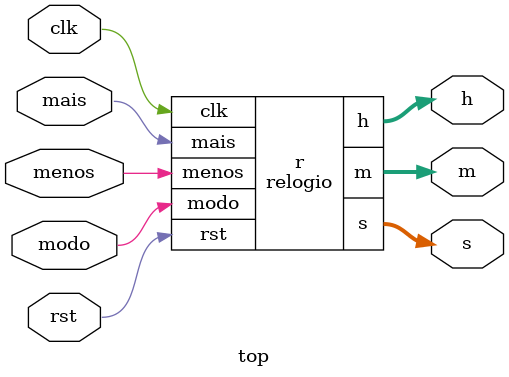
<source format=v>
module statem(input clk,reset,modo, output nrc);
reg[1:0] state;
parameter r0=2'd0, r1 = 2'd1, c0 = 2'd2, c1 = 2'd3;
assign nrc = (state == r0 || state == r1);
always @(posedge clk or negedge reset)
     begin
          if (reset==0)
               state = r0;
          else
               case (state)
                    r0:
                      if ( modo == 1'b1 ) state = r1;
                    r1:
                      if ( modo == 1'b0 ) state = c0;
                    c0:
                      if ( modo == 1'b1 ) state = c1;
                    c1:
                      if ( modo == 1'b0 ) state = r0;
               endcase
     end
endmodule
module count99(input clk, input rst, output [6:0] Count, output loop);  reg [6:0] Count;
  always @ (posedge clk or negedge rst)
begin
  if (~rst) 
    Count <= 0;   // reset register
  else if ( Count == 99 ) 
    Count <= 0; 
  else
    Count <= Count + 1;  // increment register
end
  assign loop = (Count == 99);
endmodule

module count59(input clk, input rst, output [6:0] Count, output loop);  reg [6:0] Count;
  always @ (posedge clk or negedge rst)
begin
  if (~rst) 
    Count <= 0;   // reset register
  else if ( Count == 59 ) 
    Count <= 0; 
  else
    Count <= Count + 1;  // increment register
end
assign loop = (Count == 59);
endmodule

module count23(input clk, input rst, output [6:0] Count);  reg [6:0] Count;
always @ (posedge clk or negedge rst)
begin
  if (~rst) 
    Count <= 0;   // reset register
  else if ( Count == 23 ) 
    Count <= 0; 
  else
    Count <= Count + 1;  // increment register
end
endmodule

module relogio(input clk, rst,modo, mais,menos, output [6:0] h,m,s);
wire outs,outs1,routs,routs1;
wire enable,nr;
  wire [6:0] cc,sc,mc,sr,mr,hr;
assign enable = mais & clk;
assign nr = menos & rst;

count99 cen(enable,nr,cc,outs);
count59 seg(~outs,nr,sc,outs1);
count59 min(~outs1,nr,mc);
count59 rseg(clk,rst,sr,routs);
count59 rmin(~routs,rst,mr,routs1);
count23 rhor(~routs1,rst,hr);
  assign h = (nrc)?hr:mc;
  assign m = (nrc)?mr:sc;
  assign s = (nrc)?sr:cc;
  wire nrc;
  statem maq(clk,rst,modo,nrc);
endmodule

module top(input clk, rst,modo, mais,menos, output [6:0] h,m,s);
  relogio r(clk,rst,modo,mais,menos,h,m,s);
endmodule
</source>
